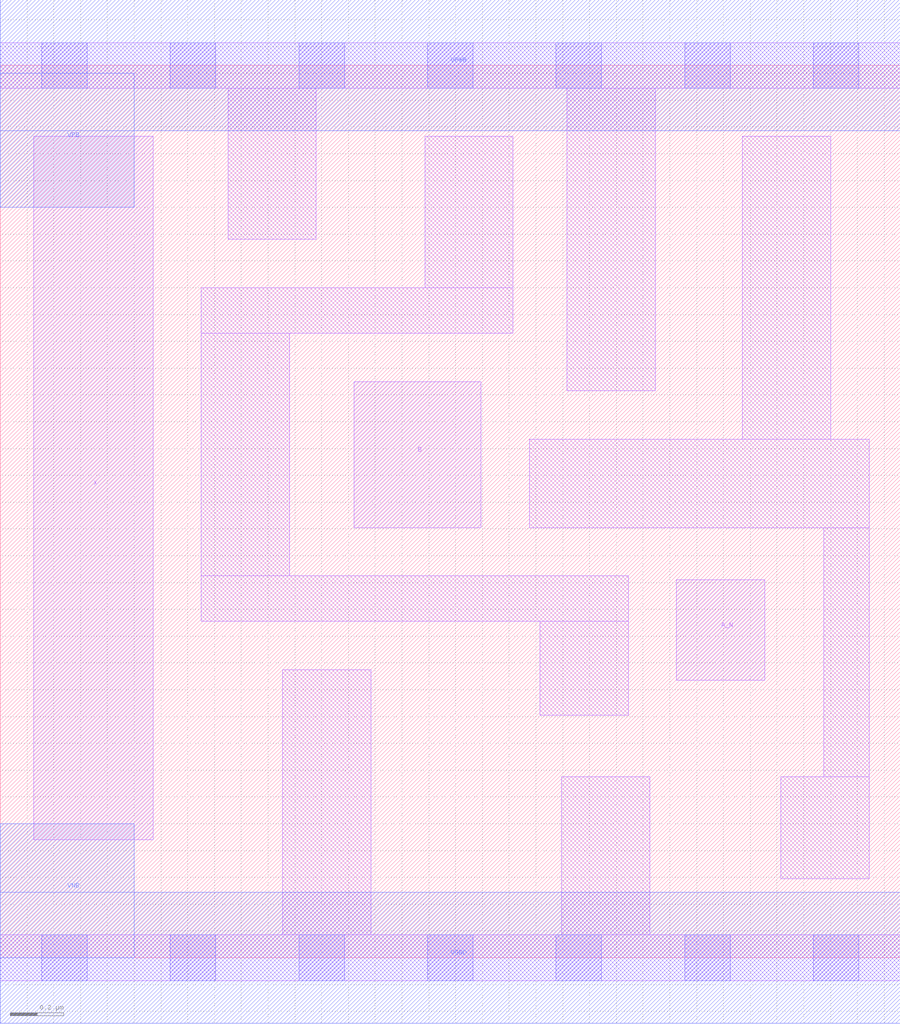
<source format=lef>
# Copyright 2020 The SkyWater PDK Authors
#
# Licensed under the Apache License, Version 2.0 (the "License");
# you may not use this file except in compliance with the License.
# You may obtain a copy of the License at
#
#     https://www.apache.org/licenses/LICENSE-2.0
#
# Unless required by applicable law or agreed to in writing, software
# distributed under the License is distributed on an "AS IS" BASIS,
# WITHOUT WARRANTIES OR CONDITIONS OF ANY KIND, either express or implied.
# See the License for the specific language governing permissions and
# limitations under the License.
#
# SPDX-License-Identifier: Apache-2.0

VERSION 5.5 ;
NAMESCASESENSITIVE ON ;
BUSBITCHARS "[]" ;
DIVIDERCHAR "/" ;
MACRO sky130_fd_sc_lp__and2b_lp
  CLASS CORE ;
  SOURCE USER ;
  ORIGIN  0.000000  0.000000 ;
  SIZE  3.360000 BY  3.330000 ;
  SYMMETRY X Y R90 ;
  SITE unit ;
  PIN A_N
    ANTENNAGATEAREA  0.376000 ;
    DIRECTION INPUT ;
    USE SIGNAL ;
    PORT
      LAYER li1 ;
        RECT 2.525000 1.035000 2.855000 1.410000 ;
    END
  END A_N
  PIN B
    ANTENNAGATEAREA  0.313000 ;
    DIRECTION INPUT ;
    USE SIGNAL ;
    PORT
      LAYER li1 ;
        RECT 1.320000 1.605000 1.795000 2.150000 ;
    END
  END B
  PIN X
    ANTENNADIFFAREA  0.404700 ;
    DIRECTION OUTPUT ;
    USE SIGNAL ;
    PORT
      LAYER li1 ;
        RECT 0.125000 0.440000 0.570000 3.065000 ;
    END
  END X
  PIN VGND
    DIRECTION INOUT ;
    USE GROUND ;
    PORT
      LAYER met1 ;
        RECT 0.000000 -0.245000 3.360000 0.245000 ;
    END
  END VGND
  PIN VNB
    DIRECTION INOUT ;
    USE GROUND ;
    PORT
      LAYER met1 ;
        RECT 0.000000 0.000000 0.500000 0.500000 ;
    END
  END VNB
  PIN VPB
    DIRECTION INOUT ;
    USE POWER ;
    PORT
      LAYER met1 ;
        RECT 0.000000 2.800000 0.500000 3.300000 ;
    END
  END VPB
  PIN VPWR
    DIRECTION INOUT ;
    USE POWER ;
    PORT
      LAYER met1 ;
        RECT 0.000000 3.085000 3.360000 3.575000 ;
    END
  END VPWR
  OBS
    LAYER li1 ;
      RECT 0.000000 -0.085000 3.360000 0.085000 ;
      RECT 0.000000  3.245000 3.360000 3.415000 ;
      RECT 0.750000  1.255000 2.345000 1.425000 ;
      RECT 0.750000  1.425000 1.080000 2.330000 ;
      RECT 0.750000  2.330000 1.915000 2.500000 ;
      RECT 0.850000  2.680000 1.180000 3.245000 ;
      RECT 1.055000  0.085000 1.385000 1.075000 ;
      RECT 1.585000  2.500000 1.915000 3.065000 ;
      RECT 1.975000  1.605000 3.245000 1.935000 ;
      RECT 2.015000  0.905000 2.345000 1.255000 ;
      RECT 2.095000  0.085000 2.425000 0.675000 ;
      RECT 2.115000  2.115000 2.445000 3.245000 ;
      RECT 2.770000  1.935000 3.100000 3.065000 ;
      RECT 2.915000  0.295000 3.245000 0.675000 ;
      RECT 3.075000  0.675000 3.245000 1.605000 ;
    LAYER mcon ;
      RECT 0.155000 -0.085000 0.325000 0.085000 ;
      RECT 0.155000  3.245000 0.325000 3.415000 ;
      RECT 0.635000 -0.085000 0.805000 0.085000 ;
      RECT 0.635000  3.245000 0.805000 3.415000 ;
      RECT 1.115000 -0.085000 1.285000 0.085000 ;
      RECT 1.115000  3.245000 1.285000 3.415000 ;
      RECT 1.595000 -0.085000 1.765000 0.085000 ;
      RECT 1.595000  3.245000 1.765000 3.415000 ;
      RECT 2.075000 -0.085000 2.245000 0.085000 ;
      RECT 2.075000  3.245000 2.245000 3.415000 ;
      RECT 2.555000 -0.085000 2.725000 0.085000 ;
      RECT 2.555000  3.245000 2.725000 3.415000 ;
      RECT 3.035000 -0.085000 3.205000 0.085000 ;
      RECT 3.035000  3.245000 3.205000 3.415000 ;
  END
END sky130_fd_sc_lp__and2b_lp

</source>
